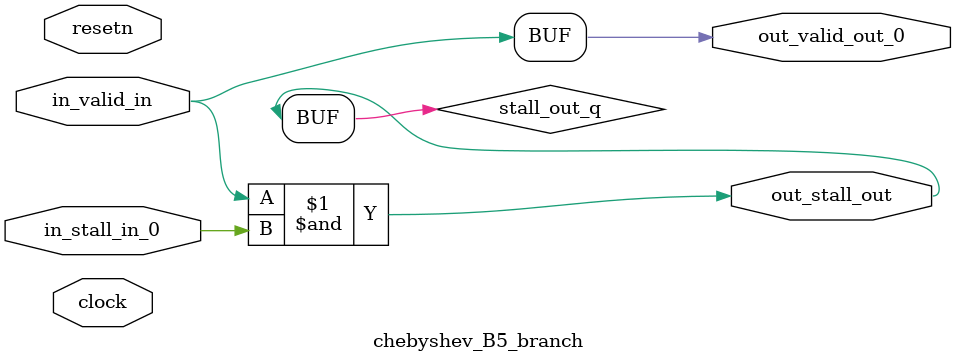
<source format=sv>



(* altera_attribute = "-name AUTO_SHIFT_REGISTER_RECOGNITION OFF; -name MESSAGE_DISABLE 10036; -name MESSAGE_DISABLE 10037; -name MESSAGE_DISABLE 14130; -name MESSAGE_DISABLE 14320; -name MESSAGE_DISABLE 15400; -name MESSAGE_DISABLE 14130; -name MESSAGE_DISABLE 10036; -name MESSAGE_DISABLE 12020; -name MESSAGE_DISABLE 12030; -name MESSAGE_DISABLE 12010; -name MESSAGE_DISABLE 12110; -name MESSAGE_DISABLE 14320; -name MESSAGE_DISABLE 13410; -name MESSAGE_DISABLE 113007; -name MESSAGE_DISABLE 10958" *)
module chebyshev_B5_branch (
    input wire [0:0] in_stall_in_0,
    input wire [0:0] in_valid_in,
    output wire [0:0] out_stall_out,
    output wire [0:0] out_valid_out_0,
    input wire clock,
    input wire resetn
    );

    wire [0:0] stall_out_q;


    // stall_out(LOGICAL,6)
    assign stall_out_q = in_valid_in & in_stall_in_0;

    // out_stall_out(GPOUT,4)
    assign out_stall_out = stall_out_q;

    // out_valid_out_0(GPOUT,5)
    assign out_valid_out_0 = in_valid_in;

endmodule

</source>
